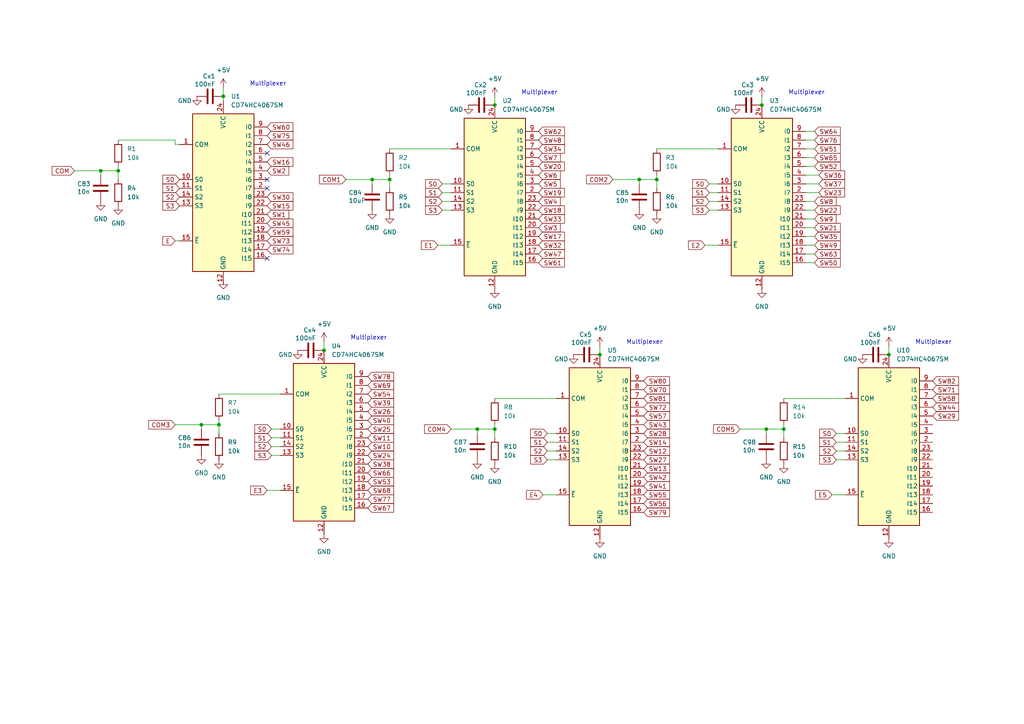
<source format=kicad_sch>
(kicad_sch (version 20231120) (generator "eeschema") (generator_version "8.0")
  (paper "A4")
  (lib_symbols
    (symbol "74xx:CD74HC4067SM"
      (property "Reference" "U" (at -8.89 22.86 0))
      (property "Value" "CD74HC4067SM" (at 1.27 22.86 0))
      (symbol "CD74HC4067SM_0_1"
        (rectangle (start -8.89 21.59) (end 8.89 -24.13) (stroke (width 0.254)) (fill (type background)))
      )
      (symbol "CD74HC4067SM_1_1"
        (pin passive line (at -12.7 12.7 0) (length 3.81) (name "COM") (number "1"))
        (pin input line (at -12.7 2.54 0) (length 3.81) (name "S0") (number "10"))
        (pin input line (at -12.7 0 0) (length 3.81) (name "S1") (number "11"))
        (pin power_in line (at 0 -27.94 90) (length 3.81) (name "GND") (number "12"))
        (pin input line (at -12.7 -5.08 0) (length 3.81) (name "S3") (number "13"))
        (pin input line (at -12.7 -2.54 0) (length 3.81) (name "S2") (number "14"))
        (pin input line (at -12.7 -15.24 0) (length 3.81) (name "~{E}") (number "15"))
        (pin passive line (at 12.7 -20.32 180) (length 3.81) (name "I15") (number "16"))
        (pin passive line (at 12.7 -17.78 180) (length 3.81) (name "I14") (number "17"))
        (pin passive line (at 12.7 -15.24 180) (length 3.81) (name "I13") (number "18"))
        (pin passive line (at 12.7 -12.7 180) (length 3.81) (name "I12") (number "19"))
        (pin passive line (at 12.7 0 180) (length 3.81) (name "I7") (number "2"))
        (pin passive line (at 12.7 -10.16 180) (length 3.81) (name "I11") (number "20"))
        (pin passive line (at 12.7 -7.62 180) (length 3.81) (name "I10") (number "21"))
        (pin passive line (at 12.7 -5.08 180) (length 3.81) (name "I9") (number "22"))
        (pin passive line (at 12.7 -2.54 180) (length 3.81) (name "I8") (number "23"))
        (pin power_in line (at 0 25.4 270) (length 3.81) (name "VCC") (number "24"))
        (pin passive line (at 12.7 2.54 180) (length 3.81) (name "I6") (number "3"))
        (pin passive line (at 12.7 5.08 180) (length 3.81) (name "I5") (number "4"))
        (pin passive line (at 12.7 7.62 180) (length 3.81) (name "I4") (number "5"))
        (pin passive line (at 12.7 10.16 180) (length 3.81) (name "I3") (number "6"))
        (pin passive line (at 12.7 12.7 180) (length 3.81) (name "I2") (number "7"))
        (pin passive line (at 12.7 15.24 180) (length 3.81) (name "I1") (number "8"))
        (pin passive line (at 12.7 17.78 180) (length 3.81) (name "I0") (number "9"))
      )
    )
    (symbol "Device:C" (pin_numbers hide) (pin_names (offset 0.254))
      (property "Reference" "C" (at 0.635 2.54 0))
      (property "Value" "C" (at 0.635 -2.54 0))
      (symbol "C_0_1"
        (polyline (pts (xy -2.032 -0.762) (xy 2.032 -0.762)) (stroke (width 0.508)))
        (polyline (pts (xy -2.032 0.762) (xy 2.032 0.762)) (stroke (width 0.508)))
      )
      (symbol "C_1_1"
        (pin passive line (at 0 3.81 270) (length 2.794) (name "~") (number "1"))
        (pin passive line (at 0 -3.81 90) (length 2.794) (name "~") (number "2"))
      )
    )
    (symbol "Device:R" (pin_numbers hide) (pin_names (offset 0))
      (property "Reference" "R" (at 2.032 0 90))
      (property "Value" "R" (at 0 0 90))
      (symbol "R_0_1"
        (rectangle (start -1.016 -2.54) (end 1.016 2.54) (stroke (width 0.254)))
      )
      (symbol "R_1_1"
        (pin passive line (at 0 3.81 270) (length 1.27) (name "~") (number "1"))
        (pin passive line (at 0 -3.81 90) (length 1.27) (name "~") (number "2"))
      )
    )
    (symbol "power:+5V" (power) (pin_numbers hide) (pin_names (offset 0) hide)
      (property "Value" "+5V" (at 0 3.556 0))
      (symbol "+5V_0_1"
        (polyline (pts (xy -0.762 1.27) (xy 0 2.54)))
        (polyline (pts (xy 0 0) (xy 0 2.54)))
        (polyline (pts (xy 0 2.54) (xy 0.762 1.27)))
      )
      (symbol "+5V_1_1"
        (pin power_in line (at 0 0 90) (length 0) (name "~") (number "1"))
      )
    )
    (symbol "power:GND" (power) (pin_numbers hide) (pin_names (offset 0) hide)
      (property "Value" "GND" (at 0 -3.81 0))
      (symbol "GND_0_1"
        (polyline (pts (xy 0 0) (xy 0 -1.27) (xy 1.27 -1.27) (xy 0 -2.54) (xy -1.27 -1.27) (xy 0 -1.27)))
      )
      (symbol "GND_1_1"
        (pin power_in line (at 0 0 270) (length 0) (name "~") (number "1"))
      )
    )
  )
  (junction (at 143.51 124.46))
  (junction (at 58.42 123.19))
  (junction (at 190.5 52.07))
  (junction (at 185.42 52.07))
  (junction (at 227.33 124.46))
  (junction (at 220.98 30.48))
  (junction (at 222.25 124.46))
  (junction (at 64.77 27.94))
  (junction (at 173.99 102.87))
  (junction (at 138.43 124.46))
  (junction (at 113.03 52.07))
  (junction (at 29.21 49.53))
  (junction (at 34.29 49.53))
  (junction (at 63.5 123.19))
  (junction (at 93.98 101.6))
  (junction (at 107.95 52.07))
  (junction (at 143.51 30.48))
  (junction (at 257.81 102.87))
  (no_connect (at 77.47 44.45))
  (no_connect (at 77.47 54.61))
  (no_connect (at 77.47 74.93))
  (no_connect (at 77.47 52.07))
  (wire (pts (xy 205.74 55.88) (xy 208.28 55.88)))
  (wire (pts (xy 138.43 124.46) (xy 143.51 124.46)))
  (wire (pts (xy 233.68 73.66) (xy 236.22 73.66)))
  (wire (pts (xy 107.95 52.07) (xy 113.03 52.07)))
  (wire (pts (xy 205.74 60.96) (xy 208.28 60.96)))
  (wire (pts (xy 233.68 45.72) (xy 236.22 45.72)))
  (wire (pts (xy 64.77 25.4) (xy 64.77 27.94)))
  (wire (pts (xy 50.8 41.91) (xy 52.07 41.91)))
  (wire (pts (xy 157.48 143.51) (xy 161.29 143.51)))
  (wire (pts (xy 64.77 82.55) (xy 64.77 81.28)))
  (wire (pts (xy 52.07 69.85) (xy 50.8 69.85)))
  (wire (pts (xy 233.68 43.18) (xy 236.22 43.18)))
  (wire (pts (xy 205.74 53.34) (xy 208.28 53.34)))
  (wire (pts (xy 64.77 29.21) (xy 64.77 27.94)))
  (wire (pts (xy 190.5 54.61) (xy 190.5 52.07)))
  (wire (pts (xy 227.33 115.57) (xy 245.11 115.57)))
  (wire (pts (xy 233.68 38.1) (xy 236.22 38.1)))
  (wire (pts (xy 78.74 124.46) (xy 81.28 124.46)))
  (wire (pts (xy 138.43 124.46) (xy 138.43 125.73)))
  (wire (pts (xy 143.51 127) (xy 143.51 124.46)))
  (wire (pts (xy 205.74 58.42) (xy 208.28 58.42)))
  (wire (pts (xy 222.25 124.46) (xy 227.33 124.46)))
  (wire (pts (xy 233.68 50.8) (xy 237.49 50.8)))
  (wire (pts (xy 100.33 52.07) (xy 107.95 52.07)))
  (wire (pts (xy 233.68 58.42) (xy 236.22 58.42)))
  (wire (pts (xy 233.68 63.5) (xy 236.22 63.5)))
  (wire (pts (xy 220.98 27.94) (xy 220.98 30.48)))
  (wire (pts (xy 241.3 143.51) (xy 245.11 143.51)))
  (wire (pts (xy 173.99 100.33) (xy 173.99 102.87)))
  (wire (pts (xy 63.5 125.73) (xy 63.5 123.19)))
  (wire (pts (xy 50.8 123.19) (xy 58.42 123.19)))
  (wire (pts (xy 242.57 125.73) (xy 245.11 125.73)))
  (wire (pts (xy 227.33 123.19) (xy 227.33 124.46)))
  (wire (pts (xy 204.47 71.12) (xy 208.28 71.12)))
  (wire (pts (xy 233.68 40.64) (xy 236.22 40.64)))
  (wire (pts (xy 143.51 27.94) (xy 143.51 30.48)))
  (wire (pts (xy 143.51 123.19) (xy 143.51 124.46)))
  (wire (pts (xy 128.27 60.96) (xy 130.81 60.96)))
  (wire (pts (xy 190.5 43.18) (xy 208.28 43.18)))
  (wire (pts (xy 233.68 76.2) (xy 236.22 76.2)))
  (wire (pts (xy 158.75 128.27) (xy 161.29 128.27)))
  (wire (pts (xy 34.29 52.07) (xy 34.29 49.53)))
  (wire (pts (xy 242.57 128.27) (xy 245.11 128.27)))
  (wire (pts (xy 158.75 125.73) (xy 161.29 125.73)))
  (wire (pts (xy 63.5 121.92) (xy 63.5 123.19)))
  (wire (pts (xy 185.42 52.07) (xy 190.5 52.07)))
  (wire (pts (xy 113.03 54.61) (xy 113.03 52.07)))
  (wire (pts (xy 242.57 130.81) (xy 245.11 130.81)))
  (wire (pts (xy 63.5 114.3) (xy 81.28 114.3)))
  (wire (pts (xy 128.27 55.88) (xy 130.81 55.88)))
  (wire (pts (xy 190.5 50.8) (xy 190.5 52.07)))
  (wire (pts (xy 34.29 48.26) (xy 34.29 49.53)))
  (wire (pts (xy 128.27 53.34) (xy 130.81 53.34)))
  (wire (pts (xy 233.68 60.96) (xy 236.22 60.96)))
  (wire (pts (xy 233.68 48.26) (xy 236.22 48.26)))
  (wire (pts (xy 158.75 133.35) (xy 161.29 133.35)))
  (wire (pts (xy 113.03 43.18) (xy 130.81 43.18)))
  (wire (pts (xy 58.42 123.19) (xy 58.42 124.46)))
  (wire (pts (xy 130.81 124.46) (xy 138.43 124.46)))
  (wire (pts (xy 29.21 49.53) (xy 29.21 50.8)))
  (wire (pts (xy 158.75 130.81) (xy 161.29 130.81)))
  (wire (pts (xy 50.8 41.91) (xy 50.8 40.64)))
  (wire (pts (xy 21.59 49.53) (xy 29.21 49.53)))
  (wire (pts (xy 50.8 40.64) (xy 34.29 40.64)))
  (wire (pts (xy 77.47 142.24) (xy 81.28 142.24)))
  (wire (pts (xy 107.95 52.07) (xy 107.95 53.34)))
  (wire (pts (xy 222.25 124.46) (xy 222.25 125.73)))
  (wire (pts (xy 128.27 58.42) (xy 130.81 58.42)))
  (wire (pts (xy 185.42 52.07) (xy 185.42 53.34)))
  (wire (pts (xy 214.63 124.46) (xy 222.25 124.46)))
  (wire (pts (xy 93.98 99.06) (xy 93.98 101.6)))
  (wire (pts (xy 78.74 129.54) (xy 81.28 129.54)))
  (wire (pts (xy 143.51 115.57) (xy 161.29 115.57)))
  (wire (pts (xy 113.03 50.8) (xy 113.03 52.07)))
  (wire (pts (xy 177.8 52.07) (xy 185.42 52.07)))
  (wire (pts (xy 227.33 127) (xy 227.33 124.46)))
  (wire (pts (xy 233.68 71.12) (xy 236.22 71.12)))
  (wire (pts (xy 233.68 53.34) (xy 237.49 53.34)))
  (wire (pts (xy 233.68 66.04) (xy 236.22 66.04)))
  (wire (pts (xy 257.81 100.33) (xy 257.81 102.87)))
  (wire (pts (xy 242.57 133.35) (xy 245.11 133.35)))
  (wire (pts (xy 233.68 55.88) (xy 237.49 55.88)))
  (wire (pts (xy 78.74 127) (xy 81.28 127)))
  (wire (pts (xy 127 71.12) (xy 130.81 71.12)))
  (wire (pts (xy 29.21 49.53) (xy 34.29 49.53)))
  (wire (pts (xy 78.74 132.08) (xy 81.28 132.08)))
  (wire (pts (xy 58.42 123.19) (xy 63.5 123.19)))
  (wire (pts (xy 233.68 68.58) (xy 236.22 68.58)))
  (text "Multiplexer" (at 270.764 99.314 0) (effects (font (size 1.27 1.27))))
  (text "Multiplexer" (at 77.724 24.384 0) (effects (font (size 1.27 1.27))))
  (text "Multiplexer" (at 233.934 26.924 0) (effects (font (size 1.27 1.27))))
  (text "Multiplexer" (at 156.464 26.924 0) (effects (font (size 1.27 1.27))))
  (text "Multiplexer" (at 186.944 99.314 0) (effects (font (size 1.27 1.27))))
  (text "Multiplexer" (at 106.934 98.044 0) (effects (font (size 1.27 1.27))))
  (global_label "SW35" (shape input) (at 236.22 68.58 0) (property "Intersheetrefs" "${INTERSHEET_REFS}" (effects (hide yes))))
  (global_label "SW5" (shape input) (at 156.21 53.34 0) (property "Intersheetrefs" "${INTERSHEET_REFS}" (effects (hide yes))))
  (global_label "S2" (shape input) (at 78.74 129.54 180) (property "Intersheetrefs" "${INTERSHEET_REFS}" (effects (hide yes))))
  (global_label "SW64" (shape input) (at 236.22 38.1 0) (property "Intersheetrefs" "${INTERSHEET_REFS}" (effects (hide yes))))
  (global_label "E" (shape input) (at 50.8 69.85 180) (property "Intersheetrefs" "${INTERSHEET_REFS}" (effects (hide yes))))
  (global_label "SW70" (shape input) (at 186.69 113.03 0) (property "Intersheetrefs" "${INTERSHEET_REFS}" (effects (hide yes))))
  (global_label "SW15" (shape input) (at 77.47 59.69 0) (property "Intersheetrefs" "${INTERSHEET_REFS}" (effects (hide yes))))
  (global_label "SW36" (shape input) (at 237.49 50.8 0) (property "Intersheetrefs" "${INTERSHEET_REFS}" (effects (hide yes))))
  (global_label "SW10" (shape input) (at 106.68 129.54 0) (property "Intersheetrefs" "${INTERSHEET_REFS}" (effects (hide yes))))
  (global_label "SW26" (shape input) (at 106.68 119.38 0) (property "Intersheetrefs" "${INTERSHEET_REFS}" (effects (hide yes))))
  (global_label "SW33" (shape input) (at 156.21 63.5 0) (property "Intersheetrefs" "${INTERSHEET_REFS}" (effects (hide yes))))
  (global_label "SW68" (shape input) (at 106.68 142.24 0) (property "Intersheetrefs" "${INTERSHEET_REFS}" (effects (hide yes))))
  (global_label "S0" (shape input) (at 52.07 52.07 180) (property "Intersheetrefs" "${INTERSHEET_REFS}" (effects (hide yes))))
  (global_label "SW51" (shape input) (at 236.22 43.18 0) (property "Intersheetrefs" "${INTERSHEET_REFS}" (effects (hide yes))))
  (global_label "SW77" (shape input) (at 106.68 144.78 0) (property "Intersheetrefs" "${INTERSHEET_REFS}" (effects (hide yes))))
  (global_label "S3" (shape input) (at 158.75 133.35 180) (property "Intersheetrefs" "${INTERSHEET_REFS}" (effects (hide yes))))
  (global_label "SW25" (shape input) (at 106.68 124.46 0) (property "Intersheetrefs" "${INTERSHEET_REFS}" (effects (hide yes))))
  (global_label "SW50" (shape input) (at 236.22 76.2 0) (property "Intersheetrefs" "${INTERSHEET_REFS}" (effects (hide yes))))
  (global_label "SW21" (shape input) (at 236.22 66.04 0) (property "Intersheetrefs" "${INTERSHEET_REFS}" (effects (hide yes))))
  (global_label "S2" (shape input) (at 158.75 130.81 180) (property "Intersheetrefs" "${INTERSHEET_REFS}" (effects (hide yes))))
  (global_label "SW46" (shape input) (at 77.47 41.91 0) (property "Intersheetrefs" "${INTERSHEET_REFS}" (effects (hide yes))))
  (global_label "SW53" (shape input) (at 106.68 139.7 0) (property "Intersheetrefs" "${INTERSHEET_REFS}" (effects (hide yes))))
  (global_label "SW47" (shape input) (at 156.21 73.66 0) (property "Intersheetrefs" "${INTERSHEET_REFS}" (effects (hide yes))))
  (global_label "S0" (shape input) (at 158.75 125.73 180) (property "Intersheetrefs" "${INTERSHEET_REFS}" (effects (hide yes))))
  (global_label "SW52" (shape input) (at 236.22 48.26 0) (property "Intersheetrefs" "${INTERSHEET_REFS}" (effects (hide yes))))
  (global_label "SW8" (shape input) (at 236.22 58.42 0) (property "Intersheetrefs" "${INTERSHEET_REFS}" (effects (hide yes))))
  (global_label "S3" (shape input) (at 52.07 59.69 180) (property "Intersheetrefs" "${INTERSHEET_REFS}" (effects (hide yes))))
  (global_label "SW18" (shape input) (at 156.21 60.96 0) (property "Intersheetrefs" "${INTERSHEET_REFS}" (effects (hide yes))))
  (global_label "SW56" (shape input) (at 186.69 146.05 0) (property "Intersheetrefs" "${INTERSHEET_REFS}" (effects (hide yes))))
  (global_label "SW65" (shape input) (at 236.22 45.72 0) (property "Intersheetrefs" "${INTERSHEET_REFS}" (effects (hide yes))))
  (global_label "SW34" (shape input) (at 156.21 43.18 0) (property "Intersheetrefs" "${INTERSHEET_REFS}" (effects (hide yes))))
  (global_label "E1" (shape input) (at 127 71.12 180) (property "Intersheetrefs" "${INTERSHEET_REFS}" (effects (hide yes))))
  (global_label "SW4" (shape input) (at 156.21 58.42 0) (property "Intersheetrefs" "${INTERSHEET_REFS}" (effects (hide yes))))
  (global_label "SW54" (shape input) (at 106.68 114.3 0) (property "Intersheetrefs" "${INTERSHEET_REFS}" (effects (hide yes))))
  (global_label "SW78" (shape input) (at 106.68 109.22 0) (property "Intersheetrefs" "${INTERSHEET_REFS}" (effects (hide yes))))
  (global_label "SW72" (shape input) (at 186.69 118.11 0) (property "Intersheetrefs" "${INTERSHEET_REFS}" (effects (hide yes))))
  (global_label "S0" (shape input) (at 205.74 53.34 180) (property "Intersheetrefs" "${INTERSHEET_REFS}" (effects (hide yes))))
  (global_label "SW3" (shape input) (at 156.21 66.04 0) (property "Intersheetrefs" "${INTERSHEET_REFS}" (effects (hide yes))))
  (global_label "SW1" (shape input) (at 77.47 62.23 0) (property "Intersheetrefs" "${INTERSHEET_REFS}" (effects (hide yes))))
  (global_label "SW7" (shape input) (at 156.21 45.72 0) (property "Intersheetrefs" "${INTERSHEET_REFS}" (effects (hide yes))))
  (global_label "COM2" (shape input) (at 177.8 52.07 180) (property "Intersheetrefs" "${INTERSHEET_REFS}" (effects (hide yes))))
  (global_label "S0" (shape input) (at 128.27 53.34 180) (property "Intersheetrefs" "${INTERSHEET_REFS}" (effects (hide yes))))
  (global_label "SW37" (shape input) (at 237.49 53.34 0) (property "Intersheetrefs" "${INTERSHEET_REFS}" (effects (hide yes))))
  (global_label "S2" (shape input) (at 242.57 130.81 180) (property "Intersheetrefs" "${INTERSHEET_REFS}" (effects (hide yes))))
  (global_label "S3" (shape input) (at 128.27 60.96 180) (property "Intersheetrefs" "${INTERSHEET_REFS}" (effects (hide yes))))
  (global_label "SW42" (shape input) (at 186.69 138.43 0) (property "Intersheetrefs" "${INTERSHEET_REFS}" (effects (hide yes))))
  (global_label "SW71" (shape input) (at 270.51 113.03 0) (property "Intersheetrefs" "${INTERSHEET_REFS}" (effects (hide yes))))
  (global_label "SW32" (shape input) (at 156.21 71.12 0) (property "Intersheetrefs" "${INTERSHEET_REFS}" (effects (hide yes))))
  (global_label "E4" (shape input) (at 157.48 143.51 180) (property "Intersheetrefs" "${INTERSHEET_REFS}" (effects (hide yes))))
  (global_label "E5" (shape input) (at 241.3 143.51 180) (property "Intersheetrefs" "${INTERSHEET_REFS}" (effects (hide yes))))
  (global_label "S0" (shape input) (at 242.57 125.73 180) (property "Intersheetrefs" "${INTERSHEET_REFS}" (effects (hide yes))))
  (global_label "S0" (shape input) (at 78.74 124.46 180) (property "Intersheetrefs" "${INTERSHEET_REFS}" (effects (hide yes))))
  (global_label "S2" (shape input) (at 205.74 58.42 180) (property "Intersheetrefs" "${INTERSHEET_REFS}" (effects (hide yes))))
  (global_label "SW14" (shape input) (at 186.69 128.27 0) (property "Intersheetrefs" "${INTERSHEET_REFS}" (effects (hide yes))))
  (global_label "SW16" (shape input) (at 77.47 46.99 0) (property "Intersheetrefs" "${INTERSHEET_REFS}" (effects (hide yes))))
  (global_label "SW9" (shape input) (at 236.22 63.5 0) (property "Intersheetrefs" "${INTERSHEET_REFS}" (effects (hide yes))))
  (global_label "SW39" (shape input) (at 106.68 116.84 0) (property "Intersheetrefs" "${INTERSHEET_REFS}" (effects (hide yes))))
  (global_label "SW11" (shape input) (at 106.68 127 0) (property "Intersheetrefs" "${INTERSHEET_REFS}" (effects (hide yes))))
  (global_label "COM3" (shape input) (at 50.8 123.19 180) (property "Intersheetrefs" "${INTERSHEET_REFS}" (effects (hide yes))))
  (global_label "SW82" (shape input) (at 270.51 110.49 0) (property "Intersheetrefs" "${INTERSHEET_REFS}" (effects (hide yes))))
  (global_label "SW17" (shape input) (at 156.21 68.58 0) (property "Intersheetrefs" "${INTERSHEET_REFS}" (effects (hide yes))))
  (global_label "S1" (shape input) (at 52.07 54.61 180) (property "Intersheetrefs" "${INTERSHEET_REFS}" (effects (hide yes))))
  (global_label "SW60" (shape input) (at 77.47 36.83 0) (property "Intersheetrefs" "${INTERSHEET_REFS}" (effects (hide yes))))
  (global_label "SW45" (shape input) (at 77.47 64.77 0) (property "Intersheetrefs" "${INTERSHEET_REFS}" (effects (hide yes))))
  (global_label "E2" (shape input) (at 204.47 71.12 180) (property "Intersheetrefs" "${INTERSHEET_REFS}" (effects (hide yes))))
  (global_label "SW67" (shape input) (at 106.68 147.32 0) (property "Intersheetrefs" "${INTERSHEET_REFS}" (effects (hide yes))))
  (global_label "SW19" (shape input) (at 156.21 55.88 0) (property "Intersheetrefs" "${INTERSHEET_REFS}" (effects (hide yes))))
  (global_label "E3" (shape input) (at 77.47 142.24 180) (property "Intersheetrefs" "${INTERSHEET_REFS}" (effects (hide yes))))
  (global_label "COM4" (shape input) (at 130.81 124.46 180) (property "Intersheetrefs" "${INTERSHEET_REFS}" (effects (hide yes))))
  (global_label "S2" (shape input) (at 52.07 57.15 180) (property "Intersheetrefs" "${INTERSHEET_REFS}" (effects (hide yes))))
  (global_label "SW69" (shape input) (at 106.68 111.76 0) (property "Intersheetrefs" "${INTERSHEET_REFS}" (effects (hide yes))))
  (global_label "SW62" (shape input) (at 156.21 38.1 0) (property "Intersheetrefs" "${INTERSHEET_REFS}" (effects (hide yes))))
  (global_label "SW29" (shape input) (at 270.51 120.65 0) (property "Intersheetrefs" "${INTERSHEET_REFS}" (effects (hide yes))))
  (global_label "SW76" (shape input) (at 236.22 40.64 0) (property "Intersheetrefs" "${INTERSHEET_REFS}" (effects (hide yes))))
  (global_label "SW63" (shape input) (at 236.22 73.66 0) (property "Intersheetrefs" "${INTERSHEET_REFS}" (effects (hide yes))))
  (global_label "S3" (shape input) (at 78.74 132.08 180) (property "Intersheetrefs" "${INTERSHEET_REFS}" (effects (hide yes))))
  (global_label "SW57" (shape input) (at 186.69 120.65 0) (property "Intersheetrefs" "${INTERSHEET_REFS}" (effects (hide yes))))
  (global_label "COM1" (shape input) (at 100.33 52.07 180) (property "Intersheetrefs" "${INTERSHEET_REFS}" (effects (hide yes))))
  (global_label "SW44" (shape input) (at 270.51 118.11 0) (property "Intersheetrefs" "${INTERSHEET_REFS}" (effects (hide yes))))
  (global_label "S2" (shape input) (at 128.27 58.42 180) (property "Intersheetrefs" "${INTERSHEET_REFS}" (effects (hide yes))))
  (global_label "SW74" (shape input) (at 77.47 72.39 0) (property "Intersheetrefs" "${INTERSHEET_REFS}" (effects (hide yes))))
  (global_label "S3" (shape input) (at 205.74 60.96 180) (property "Intersheetrefs" "${INTERSHEET_REFS}" (effects (hide yes))))
  (global_label "SW61" (shape input) (at 156.21 76.2 0) (property "Intersheetrefs" "${INTERSHEET_REFS}" (effects (hide yes))))
  (global_label "S1" (shape input) (at 158.75 128.27 180) (property "Intersheetrefs" "${INTERSHEET_REFS}" (effects (hide yes))))
  (global_label "SW58" (shape input) (at 270.51 115.57 0) (property "Intersheetrefs" "${INTERSHEET_REFS}" (effects (hide yes))))
  (global_label "S1" (shape input) (at 242.57 128.27 180) (property "Intersheetrefs" "${INTERSHEET_REFS}" (effects (hide yes))))
  (global_label "SW73" (shape input) (at 77.47 69.85 0) (property "Intersheetrefs" "${INTERSHEET_REFS}" (effects (hide yes))))
  (global_label "SW81" (shape input) (at 186.69 115.57 0) (property "Intersheetrefs" "${INTERSHEET_REFS}" (effects (hide yes))))
  (global_label "COM5" (shape input) (at 214.63 124.46 180) (property "Intersheetrefs" "${INTERSHEET_REFS}" (effects (hide yes))))
  (global_label "SW80" (shape input) (at 186.69 110.49 0) (property "Intersheetrefs" "${INTERSHEET_REFS}" (effects (hide yes))))
  (global_label "SW66" (shape input) (at 106.68 137.16 0) (property "Intersheetrefs" "${INTERSHEET_REFS}" (effects (hide yes))))
  (global_label "S1" (shape input) (at 78.74 127 180) (property "Intersheetrefs" "${INTERSHEET_REFS}" (effects (hide yes))))
  (global_label "S3" (shape input) (at 242.57 133.35 180) (property "Intersheetrefs" "${INTERSHEET_REFS}" (effects (hide yes))))
  (global_label "SW30" (shape input) (at 77.47 57.15 0) (property "Intersheetrefs" "${INTERSHEET_REFS}" (effects (hide yes))))
  (global_label "SW20" (shape input) (at 156.21 48.26 0) (property "Intersheetrefs" "${INTERSHEET_REFS}" (effects (hide yes))))
  (global_label "SW22" (shape input) (at 236.22 60.96 0) (property "Intersheetrefs" "${INTERSHEET_REFS}" (effects (hide yes))))
  (global_label "SW24" (shape input) (at 106.68 132.08 0) (property "Intersheetrefs" "${INTERSHEET_REFS}" (effects (hide yes))))
  (global_label "SW43" (shape input) (at 186.69 123.19 0) (property "Intersheetrefs" "${INTERSHEET_REFS}" (effects (hide yes))))
  (global_label "SW75" (shape input) (at 77.47 39.37 0) (property "Intersheetrefs" "${INTERSHEET_REFS}" (effects (hide yes))))
  (global_label "SW41" (shape input) (at 186.69 140.97 0) (property "Intersheetrefs" "${INTERSHEET_REFS}" (effects (hide yes))))
  (global_label "SW2" (shape input) (at 77.47 49.53 0) (property "Intersheetrefs" "${INTERSHEET_REFS}" (effects (hide yes))))
  (global_label "SW48" (shape input) (at 156.21 40.64 0) (property "Intersheetrefs" "${INTERSHEET_REFS}" (effects (hide yes))))
  (global_label "S1" (shape input) (at 205.74 55.88 180) (property "Intersheetrefs" "${INTERSHEET_REFS}" (effects (hide yes))))
  (global_label "SW12" (shape input) (at 186.69 130.81 0) (property "Intersheetrefs" "${INTERSHEET_REFS}" (effects (hide yes))))
  (global_label "SW40" (shape input) (at 106.68 121.92 0) (property "Intersheetrefs" "${INTERSHEET_REFS}" (effects (hide yes))))
  (global_label "S1" (shape input) (at 128.27 55.88 180) (property "Intersheetrefs" "${INTERSHEET_REFS}" (effects (hide yes))))
  (global_label "SW6" (shape input) (at 156.21 50.8 0) (property "Intersheetrefs" "${INTERSHEET_REFS}" (effects (hide yes))))
  (global_label "SW59" (shape input) (at 77.47 67.31 0) (property "Intersheetrefs" "${INTERSHEET_REFS}" (effects (hide yes))))
  (global_label "SW49" (shape input) (at 236.22 71.12 0) (property "Intersheetrefs" "${INTERSHEET_REFS}" (effects (hide yes))))
  (global_label "SW38" (shape input) (at 106.68 134.62 0) (property "Intersheetrefs" "${INTERSHEET_REFS}" (effects (hide yes))))
  (global_label "SW13" (shape input) (at 186.69 135.89 0) (property "Intersheetrefs" "${INTERSHEET_REFS}" (effects (hide yes))))
  (global_label "SW23" (shape input) (at 237.49 55.88 0) (property "Intersheetrefs" "${INTERSHEET_REFS}" (effects (hide yes))))
  (global_label "SW55" (shape input) (at 186.69 143.51 0) (property "Intersheetrefs" "${INTERSHEET_REFS}" (effects (hide yes))))
  (global_label "COM" (shape input) (at 21.59 49.53 180) (property "Intersheetrefs" "${INTERSHEET_REFS}" (effects (hide yes))))
  (global_label "SW27" (shape input) (at 186.69 133.35 0) (property "Intersheetrefs" "${INTERSHEET_REFS}" (effects (hide yes))))
  (global_label "SW79" (shape input) (at 186.69 148.59 0) (property "Intersheetrefs" "${INTERSHEET_REFS}" (effects (hide yes))))
  (global_label "SW28" (shape input) (at 186.69 125.73 0) (property "Intersheetrefs" "${INTERSHEET_REFS}" (effects (hide yes))))
  (symbol (lib_id "power:GND") (at 220.98 83.82 0) (unit 1)
    (property "Reference" "#PWR0196" (effects (hide yes)))
    (property "Value" "GND" (at 220.98 88.9 0))
    (property "Description" "Power symbol creates a global label with name \"GND\" , ground" (effects (hide yes)))
  )
  (symbol (lib_id "Device:R") (at 34.29 44.45 0) (unit 1)
    (property "Reference" "R1" (at 36.83 43.1799 0) (effects (justify left)))
    (property "Value" "10k" (at 36.83 45.7199 0) (effects (justify left)))
    (property "Footprint" "Resistor_SMD:R_0402_1005Metric" (effects (hide yes)))
    (property "Description" "Resistor" (effects (hide yes)))
  )
  (symbol (lib_id "power:GND") (at 58.42 132.08 0) (unit 1)
    (property "Reference" "#PWR0201" (effects (hide yes)))
    (property "Value" "GND" (at 58.42 137.16 0))
    (property "Description" "Power symbol creates a global label with name \"GND\" , ground" (effects (hide yes)))
  )
  (symbol (lib_id "power:GND") (at 213.36 30.48 0) (unit 1)
    (property "Reference" "#PWR0187" (effects (hide yes)))
    (property "Value" "GND" (at 209.804 31.75 0))
    (property "Description" "Power symbol creates a global label with name \"GND\" , ground" (effects (hide yes)))
  )
  (symbol (lib_id "power:GND") (at 257.81 156.21 0) (unit 1)
    (property "Reference" "#PWR0457" (effects (hide yes)))
    (property "Value" "GND" (at 257.81 161.29 0))
    (property "Description" "Power symbol creates a global label with name \"GND\" , ground" (effects (hide yes)))
  )
  (symbol (lib_id "74xx:CD74HC4067SM") (at 93.98 127 0) (unit 1)
    (property "Reference" "U4" (at 96.1741 100.33 0) (effects (justify left)))
    (property "Value" "CD74HC4067SM" (at 96.1741 102.87 0) (effects (justify left)))
    (property "Footprint" "Package_SO:SSOP-24_5.3x8.2mm_P0.65mm" (effects (hide yes)))
    (property "Datasheet" "http://www.ti.com/lit/ds/symlink/cd74hc4067.pdf" (effects (hide yes)))
    (property "Description" "High-Speed CMOS Logic 16-Channel Analog Multiplexer/Demultiplexer, SSOP-24" (effects (hide yes)))
  )
  (symbol (lib_id "power:GND") (at 57.15 27.94 0) (unit 1)
    (property "Reference" "#PWR0183" (effects (hide yes)))
    (property "Value" "GND" (at 53.594 29.21 0))
    (property "Description" "Power symbol creates a global label with name \"GND\" , ground" (effects (hide yes)))
  )
  (symbol (lib_id "power:GND") (at 63.5 133.35 0) (unit 1)
    (property "Reference" "#PWR0202" (effects (hide yes)))
    (property "Value" "GND" (at 63.5 138.43 0))
    (property "Description" "Power symbol creates a global label with name \"GND\" , ground" (effects (hide yes)))
  )
  (symbol (lib_id "power:GND") (at 64.77 81.28 0) (unit 1)
    (property "Reference" "#PWR0194" (effects (hide yes)))
    (property "Value" "GND" (at 64.77 86.36 0))
    (property "Description" "Power symbol creates a global label with name \"GND\" , ground" (effects (hide yes)))
  )
  (symbol (lib_id "Device:R") (at 190.5 58.42 0) (unit 1)
    (property "Reference" "R6" (at 193.04 57.1499 0) (effects (justify left)))
    (property "Value" "10k" (at 193.04 59.6899 0) (effects (justify left)))
    (property "Footprint" "Resistor_SMD:R_0402_1005Metric" (effects (hide yes)))
    (property "Description" "Resistor" (effects (hide yes)))
  )
  (symbol (lib_id "Device:C") (at 185.42 57.15 0) (unit 1)
    (property "Reference" "C85" (at 178.562 55.88 0) (effects (justify left)))
    (property "Value" "10n" (at 178.562 58.166 0) (effects (justify left)))
    (property "Footprint" "Capacitor_SMD:C_0402_1005Metric" (effects (hide yes)))
    (property "Description" "Unpolarized capacitor" (effects (hide yes)))
  )
  (symbol (lib_id "Device:R") (at 227.33 119.38 0) (unit 1)
    (property "Reference" "R14" (at 229.87 118.1099 0) (effects (justify left)))
    (property "Value" "10k" (at 229.87 120.6499 0) (effects (justify left)))
    (property "Footprint" "Resistor_SMD:R_0402_1005Metric" (effects (hide yes)))
    (property "Description" "Resistor" (effects (hide yes)))
  )
  (symbol (lib_id "Device:C") (at 29.21 54.61 0) (unit 1)
    (property "Reference" "C83" (at 22.352 53.34 0) (effects (justify left)))
    (property "Value" "10n" (at 22.352 55.626 0) (effects (justify left)))
    (property "Footprint" "Capacitor_SMD:C_0402_1005Metric" (effects (hide yes)))
    (property "Description" "Unpolarized capacitor" (effects (hide yes)))
  )
  (symbol (lib_id "power:GND") (at 138.43 133.35 0) (unit 1)
    (property "Reference" "#PWR0203" (effects (hide yes)))
    (property "Value" "GND" (at 138.43 138.43 0))
    (property "Description" "Power symbol creates a global label with name \"GND\" , ground" (effects (hide yes)))
  )
  (symbol (lib_id "power:GND") (at 185.42 60.96 0) (unit 1)
    (property "Reference" "#PWR0191" (effects (hide yes)))
    (property "Value" "GND" (at 185.42 66.04 0))
    (property "Description" "Power symbol creates a global label with name \"GND\" , ground" (effects (hide yes)))
  )
  (symbol (lib_id "Device:R") (at 63.5 129.54 0) (unit 1)
    (property "Reference" "R9" (at 66.04 128.2699 0) (effects (justify left)))
    (property "Value" "10k" (at 66.04 130.8099 0) (effects (justify left)))
    (property "Footprint" "Resistor_SMD:R_0402_1005Metric" (effects (hide yes)))
    (property "Description" "Resistor" (effects (hide yes)))
  )
  (symbol (lib_id "Device:C") (at 107.95 57.15 0) (unit 1)
    (property "Reference" "C84" (at 101.092 55.88 0) (effects (justify left)))
    (property "Value" "10uF" (at 101.092 58.166 0) (effects (justify left)))
    (property "Footprint" "Capacitor_SMD:C_0402_1005Metric" (effects (hide yes)))
    (property "Description" "Unpolarized capacitor" (effects (hide yes)))
  )
  (symbol (lib_id "Device:C") (at 139.7 30.48 90) (unit 1)
    (property "Reference" "Cx2" (at 141.224 24.638 90) (effects (justify left)))
    (property "Value" "100nF" (at 141.224 26.9494 90) (effects (justify left)))
    (property "Footprint" "Capacitor_SMD:C_0402_1005Metric" (effects (hide yes)))
    (property "LCSC" "C307331" (effects (hide yes)))
  )
  (symbol (lib_id "power:GND") (at 107.95 60.96 0) (unit 1)
    (property "Reference" "#PWR0190" (effects (hide yes)))
    (property "Value" "GND" (at 107.95 66.04 0))
    (property "Description" "Power symbol creates a global label with name \"GND\" , ground" (effects (hide yes)))
  )
  (symbol (lib_id "power:GND") (at 250.19 102.87 0) (unit 1)
    (property "Reference" "#PWR0454" (effects (hide yes)))
    (property "Value" "GND" (at 246.634 104.14 0))
    (property "Description" "Power symbol creates a global label with name \"GND\" , ground" (effects (hide yes)))
  )
  (symbol (lib_id "74xx:CD74HC4067SM") (at 257.81 128.27 0) (unit 1)
    (property "Reference" "U10" (at 260.0041 101.6 0) (effects (justify left)))
    (property "Value" "CD74HC4067SM" (at 260.0041 104.14 0) (effects (justify left)))
    (property "Footprint" "Package_SO:SSOP-24_5.3x8.2mm_P0.65mm" (effects (hide yes)))
    (property "Datasheet" "http://www.ti.com/lit/ds/symlink/cd74hc4067.pdf" (effects (hide yes)))
    (property "Description" "High-Speed CMOS Logic 16-Channel Analog Multiplexer/Demultiplexer, SSOP-24" (effects (hide yes)))
  )
  (symbol (lib_id "power:GND") (at 29.21 58.42 0) (unit 1)
    (property "Reference" "#PWR0188" (effects (hide yes)))
    (property "Value" "GND" (at 29.21 63.5 0))
    (property "Description" "Power symbol creates a global label with name \"GND\" , ground" (effects (hide yes)))
  )
  (symbol (lib_id "Device:C") (at 58.42 128.27 0) (unit 1)
    (property "Reference" "C86" (at 51.562 127 0) (effects (justify left)))
    (property "Value" "10n" (at 51.562 129.286 0) (effects (justify left)))
    (property "Footprint" "Capacitor_SMD:C_0402_1005Metric" (effects (hide yes)))
    (property "Description" "Unpolarized capacitor" (effects (hide yes)))
  )
  (symbol (lib_id "power:+5V") (at 93.98 99.06 0) (unit 1)
    (property "Reference" "#PWR0197" (effects (hide yes)))
    (property "Value" "+5V" (at 93.98 93.98 0))
  )
  (symbol (lib_id "Device:R") (at 190.5 46.99 0) (unit 1)
    (property "Reference" "R3" (at 193.04 45.7199 0) (effects (justify left)))
    (property "Value" "10k" (at 193.04 48.2599 0) (effects (justify left)))
    (property "Footprint" "Resistor_SMD:R_0402_1005Metric" (effects (hide yes)))
    (property "Description" "Resistor" (effects (hide yes)))
  )
  (symbol (lib_id "power:+5V") (at 257.81 100.33 0) (unit 1)
    (property "Reference" "#PWR0453" (effects (hide yes)))
    (property "Value" "+5V" (at 257.81 95.25 0))
  )
  (symbol (lib_id "power:GND") (at 34.29 59.69 0) (unit 1)
    (property "Reference" "#PWR0189" (effects (hide yes)))
    (property "Value" "GND" (at 34.29 64.77 0))
    (property "Description" "Power symbol creates a global label with name \"GND\" , ground" (effects (hide yes)))
  )
  (symbol (lib_id "power:+5V") (at 143.51 27.94 0) (unit 1)
    (property "Reference" "#PWR0184" (effects (hide yes)))
    (property "Value" "+5V" (at 143.51 22.86 0))
  )
  (symbol (lib_id "power:GND") (at 190.5 62.23 0) (unit 1)
    (property "Reference" "#PWR0193" (effects (hide yes)))
    (property "Value" "GND" (at 190.5 67.31 0))
    (property "Description" "Power symbol creates a global label with name \"GND\" , ground" (effects (hide yes)))
  )
  (symbol (lib_id "power:GND") (at 222.25 133.35 0) (unit 1)
    (property "Reference" "#PWR0455" (effects (hide yes)))
    (property "Value" "GND" (at 222.25 138.43 0))
    (property "Description" "Power symbol creates a global label with name \"GND\" , ground" (effects (hide yes)))
  )
  (symbol (lib_id "power:GND") (at 113.03 62.23 0) (unit 1)
    (property "Reference" "#PWR0192" (effects (hide yes)))
    (property "Value" "GND" (at 113.03 67.31 0))
    (property "Description" "Power symbol creates a global label with name \"GND\" , ground" (effects (hide yes)))
  )
  (symbol (lib_id "power:GND") (at 93.98 154.94 0) (unit 1)
    (property "Reference" "#PWR0205" (effects (hide yes)))
    (property "Value" "GND" (at 93.98 160.02 0))
    (property "Description" "Power symbol creates a global label with name \"GND\" , ground" (effects (hide yes)))
  )
  (symbol (lib_id "74xx:CD74HC4067SM") (at 64.77 54.61 0) (unit 1)
    (property "Reference" "U1" (at 66.9641 27.94 0) (effects (justify left)))
    (property "Value" "CD74HC4067SM" (at 66.9641 30.48 0) (effects (justify left)))
    (property "Footprint" "Package_SO:SSOP-24_5.3x8.2mm_P0.65mm" (effects (hide yes)))
    (property "Datasheet" "http://www.ti.com/lit/ds/symlink/cd74hc4067.pdf" (effects (hide yes)))
    (property "Description" "High-Speed CMOS Logic 16-Channel Analog Multiplexer/Demultiplexer, SSOP-24" (effects (hide yes)))
  )
  (symbol (lib_id "Device:C") (at 60.96 27.94 90) (unit 1)
    (property "Reference" "Cx1" (at 62.484 22.098 90) (effects (justify left)))
    (property "Value" "100nF" (at 62.484 24.4094 90) (effects (justify left)))
    (property "Footprint" "Capacitor_SMD:C_0402_1005Metric" (effects (hide yes)))
    (property "LCSC" "C307331" (effects (hide yes)))
  )
  (symbol (lib_id "power:GND") (at 227.33 134.62 0) (unit 1)
    (property "Reference" "#PWR0456" (effects (hide yes)))
    (property "Value" "GND" (at 227.33 139.7 0))
    (property "Description" "Power symbol creates a global label with name \"GND\" , ground" (effects (hide yes)))
  )
  (symbol (lib_id "Device:C") (at 90.17 101.6 90) (unit 1)
    (property "Reference" "Cx4" (at 91.694 95.758 90) (effects (justify left)))
    (property "Value" "100nF" (at 91.694 98.0694 90) (effects (justify left)))
    (property "Footprint" "Capacitor_SMD:C_0402_1005Metric" (effects (hide yes)))
    (property "LCSC" "C307331" (effects (hide yes)))
  )
  (symbol (lib_id "Device:R") (at 63.5 118.11 0) (unit 1)
    (property "Reference" "R7" (at 66.04 116.8399 0) (effects (justify left)))
    (property "Value" "10k" (at 66.04 119.3799 0) (effects (justify left)))
    (property "Footprint" "Resistor_SMD:R_0402_1005Metric" (effects (hide yes)))
    (property "Description" "Resistor" (effects (hide yes)))
  )
  (symbol (lib_id "Device:R") (at 34.29 55.88 0) (unit 1)
    (property "Reference" "R4" (at 36.83 54.6099 0) (effects (justify left)))
    (property "Value" "10k" (at 36.83 57.1499 0) (effects (justify left)))
    (property "Footprint" "Resistor_SMD:R_0402_1005Metric" (effects (hide yes)))
    (property "Description" "Resistor" (effects (hide yes)))
  )
  (symbol (lib_id "power:GND") (at 143.51 134.62 0) (unit 1)
    (property "Reference" "#PWR0204" (effects (hide yes)))
    (property "Value" "GND" (at 143.51 139.7 0))
    (property "Description" "Power symbol creates a global label with name \"GND\" , ground" (effects (hide yes)))
  )
  (symbol (lib_id "Device:R") (at 143.51 130.81 0) (unit 1)
    (property "Reference" "R10" (at 146.05 129.5399 0) (effects (justify left)))
    (property "Value" "10k" (at 146.05 132.0799 0) (effects (justify left)))
    (property "Footprint" "Resistor_SMD:R_0402_1005Metric" (effects (hide yes)))
    (property "Description" "Resistor" (effects (hide yes)))
  )
  (symbol (lib_id "74xx:CD74HC4067SM") (at 220.98 55.88 0) (unit 1)
    (property "Reference" "U3" (at 223.1741 29.21 0) (effects (justify left)))
    (property "Value" "CD74HC4067SM" (at 223.1741 31.75 0) (effects (justify left)))
    (property "Footprint" "Package_SO:SSOP-24_5.3x8.2mm_P0.65mm" (effects (hide yes)))
    (property "Datasheet" "http://www.ti.com/lit/ds/symlink/cd74hc4067.pdf" (effects (hide yes)))
    (property "Description" "High-Speed CMOS Logic 16-Channel Analog Multiplexer/Demultiplexer, SSOP-24" (effects (hide yes)))
  )
  (symbol (lib_id "Device:R") (at 143.51 119.38 0) (unit 1)
    (property "Reference" "R8" (at 146.05 118.1099 0) (effects (justify left)))
    (property "Value" "10k" (at 146.05 120.6499 0) (effects (justify left)))
    (property "Footprint" "Resistor_SMD:R_0402_1005Metric" (effects (hide yes)))
    (property "Description" "Resistor" (effects (hide yes)))
  )
  (symbol (lib_id "power:GND") (at 135.89 30.48 0) (unit 1)
    (property "Reference" "#PWR0186" (effects (hide yes)))
    (property "Value" "GND" (at 132.334 31.75 0))
    (property "Description" "Power symbol creates a global label with name \"GND\" , ground" (effects (hide yes)))
  )
  (symbol (lib_id "Device:C") (at 222.25 129.54 0) (unit 1)
    (property "Reference" "C98" (at 215.392 128.27 0) (effects (justify left)))
    (property "Value" "10n" (at 215.392 130.556 0) (effects (justify left)))
    (property "Footprint" "Capacitor_SMD:C_0402_1005Metric" (effects (hide yes)))
    (property "Description" "Unpolarized capacitor" (effects (hide yes)))
  )
  (symbol (lib_id "power:GND") (at 173.99 156.21 0) (unit 1)
    (property "Reference" "#PWR0206" (effects (hide yes)))
    (property "Value" "GND" (at 173.99 161.29 0))
    (property "Description" "Power symbol creates a global label with name \"GND\" , ground" (effects (hide yes)))
  )
  (symbol (lib_id "74xx:CD74HC4067SM") (at 143.51 55.88 0) (unit 1)
    (property "Reference" "U2" (at 145.7041 29.21 0) (effects (justify left)))
    (property "Value" "CD74HC4067SM" (at 145.7041 31.75 0) (effects (justify left)))
    (property "Footprint" "Package_SO:SSOP-24_5.3x8.2mm_P0.65mm" (effects (hide yes)))
    (property "Datasheet" "http://www.ti.com/lit/ds/symlink/cd74hc4067.pdf" (effects (hide yes)))
    (property "Description" "High-Speed CMOS Logic 16-Channel Analog Multiplexer/Demultiplexer, SSOP-24" (effects (hide yes)))
  )
  (symbol (lib_id "Device:C") (at 254 102.87 90) (unit 1)
    (property "Reference" "Cx6" (at 255.524 97.028 90) (effects (justify left)))
    (property "Value" "100nF" (at 255.524 99.3394 90) (effects (justify left)))
    (property "Footprint" "Capacitor_SMD:C_0402_1005Metric" (effects (hide yes)))
    (property "LCSC" "C307331" (effects (hide yes)))
  )
  (symbol (lib_id "power:+5V") (at 64.77 25.4 0) (unit 1)
    (property "Reference" "#PWR0182" (effects (hide yes)))
    (property "Value" "+5V" (at 64.77 20.32 0))
  )
  (symbol (lib_id "power:+5V") (at 220.98 27.94 0) (unit 1)
    (property "Reference" "#PWR0185" (effects (hide yes)))
    (property "Value" "+5V" (at 220.98 22.86 0))
  )
  (symbol (lib_id "Device:R") (at 113.03 46.99 0) (unit 1)
    (property "Reference" "R2" (at 115.57 45.7199 0) (effects (justify left)))
    (property "Value" "10k" (at 115.57 48.2599 0) (effects (justify left)))
    (property "Footprint" "Resistor_SMD:R_0402_1005Metric" (effects (hide yes)))
    (property "Description" "Resistor" (effects (hide yes)))
  )
  (symbol (lib_id "Device:C") (at 138.43 129.54 0) (unit 1)
    (property "Reference" "C87" (at 131.572 128.27 0) (effects (justify left)))
    (property "Value" "10n" (at 131.572 130.556 0) (effects (justify left)))
    (property "Footprint" "Capacitor_SMD:C_0402_1005Metric" (effects (hide yes)))
    (property "Description" "Unpolarized capacitor" (effects (hide yes)))
  )
  (symbol (lib_id "Device:R") (at 227.33 130.81 0) (unit 1)
    (property "Reference" "R15" (at 229.87 129.5399 0) (effects (justify left)))
    (property "Value" "10k" (at 229.87 132.0799 0) (effects (justify left)))
    (property "Footprint" "Resistor_SMD:R_0402_1005Metric" (effects (hide yes)))
    (property "Description" "Resistor" (effects (hide yes)))
  )
  (symbol (lib_id "74xx:CD74HC4067SM") (at 173.99 128.27 0) (unit 1)
    (property "Reference" "U5" (at 176.1841 101.6 0) (effects (justify left)))
    (property "Value" "CD74HC4067SM" (at 176.1841 104.14 0) (effects (justify left)))
    (property "Footprint" "Package_SO:SSOP-24_5.3x8.2mm_P0.65mm" (effects (hide yes)))
    (property "Datasheet" "http://www.ti.com/lit/ds/symlink/cd74hc4067.pdf" (effects (hide yes)))
    (property "Description" "High-Speed CMOS Logic 16-Channel Analog Multiplexer/Demultiplexer, SSOP-24" (effects (hide yes)))
  )
  (symbol (lib_id "power:GND") (at 166.37 102.87 0) (unit 1)
    (property "Reference" "#PWR0200" (effects (hide yes)))
    (property "Value" "GND" (at 162.814 104.14 0))
    (property "Description" "Power symbol creates a global label with name \"GND\" , ground" (effects (hide yes)))
  )
  (symbol (lib_id "Device:C") (at 170.18 102.87 90) (unit 1)
    (property "Reference" "Cx5" (at 171.704 97.028 90) (effects (justify left)))
    (property "Value" "100nF" (at 171.704 99.3394 90) (effects (justify left)))
    (property "Footprint" "Capacitor_SMD:C_0402_1005Metric" (effects (hide yes)))
    (property "LCSC" "C307331" (effects (hide yes)))
  )
  (symbol (lib_id "power:GND") (at 86.36 101.6 0) (unit 1)
    (property "Reference" "#PWR0199" (effects (hide yes)))
    (property "Value" "GND" (at 82.804 102.87 0))
    (property "Description" "Power symbol creates a global label with name \"GND\" , ground" (effects (hide yes)))
  )
  (symbol (lib_id "power:GND") (at 143.51 83.82 0) (unit 1)
    (property "Reference" "#PWR0195" (effects (hide yes)))
    (property "Value" "GND" (at 143.51 88.9 0))
    (property "Description" "Power symbol creates a global label with name \"GND\" , ground" (effects (hide yes)))
  )
  (symbol (lib_id "Device:R") (at 113.03 58.42 0) (unit 1)
    (property "Reference" "R5" (at 115.57 57.1499 0) (effects (justify left)))
    (property "Value" "10k" (at 115.57 59.6899 0) (effects (justify left)))
    (property "Footprint" "Resistor_SMD:R_0402_1005Metric" (effects (hide yes)))
    (property "Description" "Resistor" (effects (hide yes)))
  )
  (symbol (lib_id "power:+5V") (at 173.99 100.33 0) (unit 1)
    (property "Reference" "#PWR0198" (effects (hide yes)))
    (property "Value" "+5V" (at 173.99 95.25 0))
  )
  (symbol (lib_id "Device:C") (at 217.17 30.48 90) (unit 1)
    (property "Reference" "Cx3" (at 218.694 24.638 90) (effects (justify left)))
    (property "Value" "100nF" (at 218.694 26.9494 90) (effects (justify left)))
    (property "Footprint" "Capacitor_SMD:C_0402_1005Metric" (effects (hide yes)))
    (property "LCSC" "C307331" (effects (hide yes)))
  )
)
</source>
